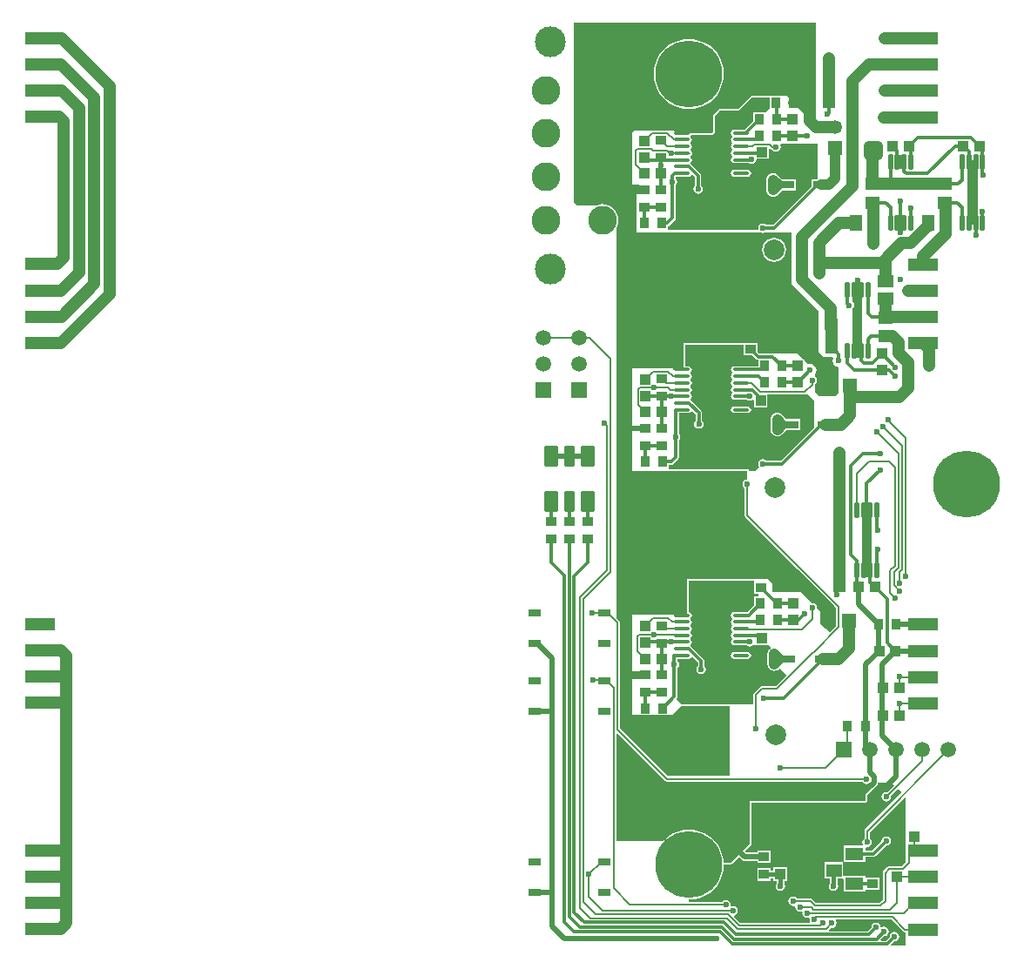
<source format=gtl>
%FSLAX44Y44*%
%MOMM*%
G71*
G01*
G75*
G04 Layer_Physical_Order=1*
G04 Layer_Color=255*
%ADD10R,3.0000X1.2000*%
%ADD11R,1.3000X0.8000*%
%ADD12R,1.0000X0.9000*%
%ADD13R,1.8000X1.3000*%
%ADD14R,1.0000X1.0000*%
%ADD15R,1.3000X1.5000*%
%ADD16R,1.5000X1.3000*%
%ADD17R,1.4000X1.2000*%
%ADD18R,1.6000X0.8000*%
%ADD19R,1.3000X3.4000*%
%ADD20R,0.9000X1.0000*%
%ADD21R,1.0000X1.0000*%
G04:AMPARAMS|DCode=22|XSize=1.4mm|YSize=2mm|CornerRadius=0.14mm|HoleSize=0mm|Usage=FLASHONLY|Rotation=0.000|XOffset=0mm|YOffset=0mm|HoleType=Round|Shape=RoundedRectangle|*
%AMROUNDEDRECTD22*
21,1,1.4000,1.7200,0,0,0.0*
21,1,1.1200,2.0000,0,0,0.0*
1,1,0.2800,0.5600,-0.8600*
1,1,0.2800,-0.5600,-0.8600*
1,1,0.2800,-0.5600,0.8600*
1,1,0.2800,0.5600,0.8600*
%
%ADD22ROUNDEDRECTD22*%
G04:AMPARAMS|DCode=23|XSize=1mm|YSize=2mm|CornerRadius=0.1mm|HoleSize=0mm|Usage=FLASHONLY|Rotation=0.000|XOffset=0mm|YOffset=0mm|HoleType=Round|Shape=RoundedRectangle|*
%AMROUNDEDRECTD23*
21,1,1.0000,1.8000,0,0,0.0*
21,1,0.8000,2.0000,0,0,0.0*
1,1,0.2000,0.4000,-0.9000*
1,1,0.2000,-0.4000,-0.9000*
1,1,0.2000,-0.4000,0.9000*
1,1,0.2000,0.4000,0.9000*
%
%ADD23ROUNDEDRECTD23*%
%ADD24R,1.2000X1.4000*%
G04:AMPARAMS|DCode=25|XSize=0.45mm|YSize=1.45mm|CornerRadius=0.045mm|HoleSize=0mm|Usage=FLASHONLY|Rotation=180.000|XOffset=0mm|YOffset=0mm|HoleType=Round|Shape=RoundedRectangle|*
%AMROUNDEDRECTD25*
21,1,0.4500,1.3600,0,0,180.0*
21,1,0.3600,1.4500,0,0,180.0*
1,1,0.0900,-0.1800,0.6800*
1,1,0.0900,0.1800,0.6800*
1,1,0.0900,0.1800,-0.6800*
1,1,0.0900,-0.1800,-0.6800*
%
%ADD25ROUNDEDRECTD25*%
%ADD26R,3.0000X3.1000*%
%ADD27O,1.6500X0.3500*%
%ADD28C,0.2000*%
%ADD29C,0.3500*%
%ADD30C,1.2000*%
%ADD31C,0.5000*%
%ADD32C,1.0000*%
%ADD33C,0.8000*%
%ADD34C,0.4500*%
%ADD35C,0.3000*%
%ADD36R,0.3000X1.4000*%
%ADD37R,1.1000X0.3000*%
%ADD38R,1.0000X0.5000*%
%ADD39R,1.5000X1.5000*%
%ADD40C,1.5000*%
%ADD41C,6.5000*%
%ADD42R,1.5000X1.5000*%
%ADD43R,1.3500X1.3500*%
%ADD44C,1.3500*%
%ADD45R,1.3500X1.3500*%
%ADD46C,2.8000*%
%ADD47C,3.0000*%
%ADD48C,2.0000*%
%ADD49C,0.6000*%
%ADD50C,0.5000*%
G36*
X622000Y782000D02*
X619000D01*
Y745000D01*
X739843D01*
X740235Y744738D01*
X742000Y744387D01*
X743765Y744738D01*
X744157Y745000D01*
X770000D01*
Y695000D01*
X796000Y669000D01*
Y628000D01*
X799000Y625000D01*
Y624000D01*
X800000D01*
X800000Y624000D01*
X810109D01*
X810708Y622880D01*
X810348Y622341D01*
X809883Y620000D01*
X810348Y617659D01*
X811674Y615674D01*
X813659Y614348D01*
X816000Y613882D01*
Y589000D01*
X813000Y586000D01*
X797000D01*
X793000Y590000D01*
Y597564D01*
X793262Y597738D01*
X794261Y599235D01*
X794613Y601000D01*
X794261Y602765D01*
X793262Y604262D01*
X793000Y604436D01*
Y607683D01*
X793652Y608659D01*
X794118Y611000D01*
X793652Y613341D01*
X792326Y615326D01*
X790341Y616652D01*
X788000Y617118D01*
X786234Y616766D01*
X782524Y620476D01*
Y621524D01*
X781476D01*
X776000Y627000D01*
X751822D01*
X751524Y627059D01*
X751524Y627059D01*
X738941D01*
X737000Y629000D01*
Y637000D01*
X736524D01*
Y637524D01*
X723476D01*
Y637000D01*
X664000D01*
Y613000D01*
X614908D01*
X614021Y613908D01*
X614546Y637000D01*
X614414D01*
X614000Y638000D01*
X614000D01*
X614000Y638000D01*
Y791000D01*
X622000D01*
Y782000D01*
D02*
G37*
G36*
X723476Y625476D02*
X731664D01*
X735344Y621796D01*
X735344Y621796D01*
X736344Y621128D01*
X737476Y620902D01*
Y614583D01*
X728529D01*
X728527Y614584D01*
X727250Y614838D01*
X714250D01*
X712972Y614584D01*
X711890Y613860D01*
X711166Y612777D01*
X710912Y611500D01*
X711166Y610223D01*
X711890Y609140D01*
X712000Y609066D01*
Y607434D01*
X711890Y607360D01*
X711166Y606277D01*
X710912Y605000D01*
X711166Y603722D01*
X711890Y602640D01*
X712000Y602566D01*
Y600934D01*
X711890Y600860D01*
X711166Y599777D01*
X710912Y598500D01*
X711166Y597223D01*
X711890Y596140D01*
X712000Y596066D01*
Y594434D01*
X711890Y594360D01*
X711166Y593277D01*
X710912Y592000D01*
X711166Y590723D01*
X711890Y589640D01*
X712000Y589566D01*
Y587934D01*
X711890Y587860D01*
X711166Y586777D01*
X710912Y585500D01*
X711166Y584223D01*
X711890Y583140D01*
X712972Y582416D01*
X714250Y582162D01*
X726191D01*
X727235Y581465D01*
X729000Y581113D01*
X730765Y581465D01*
X732262Y582464D01*
X733476Y581653D01*
Y574476D01*
X746524D01*
Y587426D01*
X783000D01*
X783985Y587622D01*
X784820Y588180D01*
X792000Y581000D01*
Y562000D01*
Y555360D01*
X759722Y523082D01*
X745379D01*
X745260Y523261D01*
X743764Y524260D01*
X741999Y524612D01*
X740233Y524260D01*
X738737Y523261D01*
X737737Y521764D01*
X737386Y519999D01*
X737737Y518234D01*
X738737Y516737D01*
X738737Y516737D01*
X735000Y513000D01*
X728650D01*
X728166Y514166D01*
X727000Y514650D01*
X650524D01*
Y515476D01*
X650524D01*
Y518662D01*
X653000D01*
X654277Y518916D01*
X655360Y519640D01*
X659360Y523640D01*
X660084Y524723D01*
X660338Y526000D01*
Y542853D01*
X661262Y544235D01*
X661613Y546000D01*
X661262Y547765D01*
X660338Y549147D01*
Y569162D01*
X669750D01*
X671027Y569416D01*
X672110Y570140D01*
X672512Y570741D01*
X673776Y570865D01*
X676667Y567974D01*
Y562131D01*
X676488Y562012D01*
X675489Y560515D01*
X675137Y558750D01*
X675489Y556985D01*
X676488Y555488D01*
X677985Y554488D01*
X679750Y554137D01*
X681515Y554488D01*
X683012Y555488D01*
X684012Y556985D01*
X684363Y558750D01*
X684012Y560515D01*
X683012Y562012D01*
X682833Y562131D01*
Y569251D01*
X682833Y569251D01*
X682598Y570431D01*
X681930Y571432D01*
X672330Y581032D01*
X672110Y581360D01*
X672000Y581434D01*
Y583066D01*
X672110Y583140D01*
X672834Y584223D01*
X673088Y585500D01*
X672834Y586777D01*
X672110Y587860D01*
X672000Y587934D01*
Y589566D01*
X672110Y589640D01*
X672834Y590723D01*
X673088Y592000D01*
X672834Y593277D01*
X672110Y594360D01*
X672000Y594434D01*
Y596066D01*
X672110Y596140D01*
X672834Y597223D01*
X673088Y598500D01*
X672834Y599777D01*
X672110Y600860D01*
X672000Y600934D01*
Y602566D01*
X672110Y602640D01*
X672834Y603722D01*
X673088Y605000D01*
X672834Y606277D01*
X672110Y607360D01*
X672000Y607434D01*
Y609066D01*
X672110Y609140D01*
X672834Y610223D01*
X673088Y611500D01*
X672834Y612777D01*
X672110Y613860D01*
X671027Y614584D01*
X669750Y614838D01*
X666650D01*
Y616000D01*
X666580Y616167D01*
Y629000D01*
X666580Y629000D01*
X666580Y629000D01*
Y629000D01*
Y635350D01*
X723476D01*
Y625476D01*
D02*
G37*
G36*
X710000Y216097D02*
X649542D01*
X602871Y262768D01*
Y270340D01*
X615000Y276000D01*
X621476D01*
Y275476D01*
X633524D01*
Y276000D01*
X638476D01*
Y275476D01*
X650524D01*
Y276000D01*
X654000D01*
X662000Y284000D01*
X710000D01*
Y216097D01*
D02*
G37*
G36*
X727000Y504613D02*
X725235Y504262D01*
X723738Y503262D01*
X722738Y501765D01*
X722387Y500000D01*
X722738Y498235D01*
X723738Y496738D01*
X724426Y496279D01*
Y470055D01*
X724622Y469070D01*
X725180Y468235D01*
X813427Y379989D01*
Y362066D01*
X807180Y355820D01*
X803000Y360000D01*
X798000Y365000D01*
Y367000D01*
Y376000D01*
X795000Y379000D01*
X794511Y379489D01*
X794613Y380000D01*
X794261Y381765D01*
X793262Y383262D01*
X791765Y384262D01*
X790000Y384613D01*
X789489Y384511D01*
X779000Y395000D01*
X760000D01*
X752000Y403000D01*
X747000Y408000D01*
X668000D01*
Y373000D01*
X614000D01*
X613006Y512099D01*
X613901Y513000D01*
X727000D01*
Y504613D01*
D02*
G37*
G36*
X733476Y405524D02*
X733476D01*
Y393476D01*
X738000D01*
Y390524D01*
X733476D01*
Y382697D01*
X726617Y375838D01*
X714250D01*
X712972Y375584D01*
X711890Y374860D01*
X711166Y373777D01*
X710912Y372500D01*
X711166Y371222D01*
X711890Y370140D01*
X712271Y369885D01*
Y368615D01*
X711890Y368360D01*
X711166Y367277D01*
X710912Y366000D01*
X711166Y364723D01*
X711890Y363640D01*
X712271Y363385D01*
Y362115D01*
X711890Y361860D01*
X711166Y360777D01*
X710912Y359500D01*
X711166Y358223D01*
X711890Y357140D01*
X712271Y356885D01*
Y355615D01*
X711890Y355360D01*
X711166Y354277D01*
X710912Y353000D01*
X711166Y351722D01*
X711890Y350640D01*
X712271Y350385D01*
Y349115D01*
X711890Y348860D01*
X711166Y347777D01*
X710912Y346500D01*
X711166Y345223D01*
X711890Y344140D01*
X712972Y343416D01*
X714250Y343162D01*
X726353D01*
X727735Y342239D01*
X729500Y341887D01*
X731265Y342239D01*
X732762Y343238D01*
X733261Y343985D01*
X734476Y343617D01*
Y343476D01*
X747524D01*
X749363Y341637D01*
X749280Y340369D01*
X748347Y339653D01*
X747301Y338290D01*
X746644Y336703D01*
X746420Y335000D01*
Y325000D01*
X746644Y323297D01*
X747301Y321710D01*
X748347Y320347D01*
X749710Y319301D01*
X751297Y318644D01*
X753000Y318420D01*
X754703Y318644D01*
X756290Y319301D01*
X757653Y320347D01*
X758187Y320881D01*
X764464Y314961D01*
X764482Y313691D01*
X754365Y303573D01*
X741000D01*
X740015Y303378D01*
X739180Y302820D01*
X733180Y296820D01*
X732622Y295985D01*
X732427Y295000D01*
Y286000D01*
X663500D01*
X658180Y291320D01*
X658848Y292320D01*
X659083Y293500D01*
X659083Y293500D01*
Y321619D01*
X659262Y321738D01*
X660262Y323235D01*
X660613Y325000D01*
X660262Y326765D01*
X659262Y328262D01*
X659083Y328381D01*
Y330162D01*
X669750D01*
X671027Y330416D01*
X672110Y331140D01*
X672512Y331741D01*
X673776Y331865D01*
X678917Y326724D01*
Y323381D01*
X678738Y323262D01*
X677738Y321765D01*
X677387Y320000D01*
X677738Y318235D01*
X678738Y316738D01*
X680235Y315739D01*
X682000Y315387D01*
X683765Y315739D01*
X685262Y316738D01*
X686262Y318235D01*
X686613Y320000D01*
X686262Y321765D01*
X685262Y323262D01*
X685083Y323381D01*
Y328001D01*
X685083Y328001D01*
X684887Y328985D01*
X684848Y329181D01*
X684180Y330182D01*
X684180Y330182D01*
X672330Y342032D01*
X672110Y342360D01*
X672000Y342434D01*
Y344066D01*
X672110Y344140D01*
X672834Y345223D01*
X673088Y346500D01*
X672834Y347777D01*
X672110Y348860D01*
X672000Y348934D01*
Y350566D01*
X672110Y350640D01*
X672834Y351722D01*
X673088Y353000D01*
X672834Y354277D01*
X672110Y355360D01*
X672000Y355434D01*
Y357066D01*
X672110Y357140D01*
X672834Y358223D01*
X673088Y359500D01*
X672834Y360777D01*
X672110Y361860D01*
X672000Y361934D01*
Y363566D01*
X672110Y363640D01*
X672834Y364723D01*
X673088Y366000D01*
X672834Y367277D01*
X672110Y368360D01*
X672000Y368434D01*
Y370066D01*
X672110Y370140D01*
X672834Y371222D01*
X673088Y372500D01*
X672834Y373777D01*
X672110Y374860D01*
X671027Y375584D01*
X670264Y375736D01*
X670000Y376000D01*
X669650D01*
Y406350D01*
X733476D01*
Y405524D01*
D02*
G37*
G36*
X646656Y211704D02*
X647491Y211146D01*
X648476Y210951D01*
X838928D01*
X839738Y209738D01*
X841235Y208738D01*
X843000Y208387D01*
X844765Y208738D01*
X846262Y209738D01*
X846785Y210521D01*
X848000Y210153D01*
Y208000D01*
X837000Y197000D01*
X837000Y197000D01*
X729000D01*
Y150000D01*
X711000Y132000D01*
X703972D01*
X703709Y135339D01*
X702459Y140547D01*
X700409Y145494D01*
X697611Y150061D01*
X694133Y154133D01*
X690061Y157611D01*
X685494Y160409D01*
X680546Y162459D01*
X675339Y163709D01*
X670000Y164129D01*
X664661Y163709D01*
X659454Y162459D01*
X654506Y160409D01*
X649939Y157611D01*
X645867Y154133D01*
X644899Y153000D01*
X599347D01*
Y257354D01*
X600521Y257840D01*
X646656Y211704D01*
D02*
G37*
G36*
X878180Y65180D02*
X879015Y64622D01*
X880000Y64426D01*
X881000D01*
Y51000D01*
X867020D01*
X866534Y52173D01*
X869790Y55429D01*
X870000Y55387D01*
X871765Y55739D01*
X873262Y56738D01*
X874261Y58235D01*
X874613Y60000D01*
X874261Y61765D01*
X873262Y63262D01*
X871765Y64261D01*
X870000Y64613D01*
X868235Y64261D01*
X866738Y63262D01*
X865739Y61765D01*
X865387Y60000D01*
X865429Y59790D01*
X861675Y56035D01*
X857055D01*
X856569Y57209D01*
X859790Y60429D01*
X860000Y60387D01*
X861765Y60739D01*
X863262Y61738D01*
X864261Y63235D01*
X864613Y65000D01*
X864261Y66765D01*
X863262Y68262D01*
X861765Y69261D01*
X860000Y69613D01*
X858235Y69261D01*
X857707Y68909D01*
X856534Y69395D01*
X856262Y70765D01*
X855262Y72262D01*
X853765Y73261D01*
X852000Y73613D01*
X850235Y73261D01*
X848738Y72262D01*
X847738Y70765D01*
X847387Y69000D01*
X847429Y68790D01*
X843723Y65083D01*
X806380D01*
X805894Y66257D01*
X808187Y68549D01*
X808998Y68387D01*
X810764Y68738D01*
X812260Y69738D01*
X813260Y71235D01*
X813611Y73000D01*
X813260Y74765D01*
X812898Y75307D01*
X813497Y76427D01*
X866934D01*
X878180Y65180D01*
D02*
G37*
G36*
X794000Y859000D02*
X782000D01*
Y860000D01*
X767000Y875000D01*
Y876000D01*
X765000Y878000D01*
X731000D01*
X718000Y865000D01*
X700000D01*
X699524Y864524D01*
X698476D01*
Y863476D01*
X694000Y859000D01*
Y843000D01*
X692000Y841000D01*
X658000D01*
X655000Y844000D01*
X649536D01*
X649045Y844097D01*
X634524D01*
X634034Y844000D01*
X604000D01*
Y366507D01*
X602736Y366382D01*
X602676Y366687D01*
X602118Y367522D01*
X600000Y369639D01*
Y750260D01*
X600412Y751031D01*
X601299Y753957D01*
X601599Y757000D01*
X601299Y760043D01*
X600412Y762970D01*
X600000Y763740D01*
X598970Y765666D01*
X597030Y768030D01*
X594666Y769970D01*
X591969Y771412D01*
X589043Y772299D01*
X586000Y772599D01*
X582957Y772299D01*
X580031Y771412D01*
X578687Y770694D01*
X561945D01*
X560959Y771690D01*
X558000Y774678D01*
Y949000D01*
X794000D01*
Y859000D01*
D02*
G37*
G36*
X869880Y207520D02*
X862812Y200451D01*
X862000Y200613D01*
X860235Y200261D01*
X858738Y199262D01*
X857738Y197765D01*
X857387Y196000D01*
X857738Y194235D01*
X858738Y192738D01*
X860235Y191738D01*
X862000Y191387D01*
X863765Y191738D01*
X865262Y192738D01*
X866262Y194235D01*
X866613Y196000D01*
X866451Y196812D01*
X872885Y203245D01*
X874155D01*
X876545Y200855D01*
Y199585D01*
X841430Y164470D01*
X840872Y163635D01*
X840677Y162650D01*
Y155471D01*
X839988Y155012D01*
X838988Y153515D01*
X838637Y151750D01*
X838988Y149985D01*
X839216Y149644D01*
X838617Y148524D01*
X820476D01*
Y132524D01*
X820024D01*
Y132524D01*
X801976D01*
Y116476D01*
X806902D01*
Y111634D01*
X806488Y111015D01*
X806137Y109250D01*
X806488Y107485D01*
X807488Y105988D01*
X808985Y104988D01*
X810750Y104637D01*
X812515Y104988D01*
X814012Y105988D01*
X815012Y107485D01*
X815363Y109250D01*
X815012Y111015D01*
X814598Y111634D01*
Y116476D01*
X819578D01*
X819578Y116476D01*
Y116476D01*
X820024Y116476D01*
X820476Y116024D01*
Y103476D01*
X841524D01*
Y105476D01*
X842476D01*
Y105476D01*
X855524D01*
Y117524D01*
X842476D01*
Y117524D01*
X842422D01*
X841524Y118422D01*
Y119524D01*
X820922D01*
X820922Y119524D01*
Y119524D01*
X820476Y119524D01*
X820024Y119976D01*
Y132476D01*
X820476D01*
Y132476D01*
D01*
X841524D01*
Y137417D01*
X849500D01*
X849500Y137417D01*
X850680Y137652D01*
X851680Y138320D01*
X861790Y148429D01*
X862000Y148387D01*
X863765Y148738D01*
X865262Y149738D01*
X866262Y151235D01*
X866613Y153000D01*
X866262Y154765D01*
X865262Y156262D01*
X863765Y157261D01*
X862000Y157613D01*
X860235Y157261D01*
X858738Y156262D01*
X857738Y154765D01*
X857387Y153000D01*
X857429Y152790D01*
X848223Y143583D01*
X841524D01*
Y146480D01*
X842506Y147285D01*
X843250Y147137D01*
X845015Y147488D01*
X846512Y148488D01*
X847512Y149985D01*
X847863Y151750D01*
X847512Y153515D01*
X846512Y155012D01*
X845824Y155471D01*
Y161584D01*
X879827Y195587D01*
X881000Y195101D01*
Y153000D01*
Y132639D01*
X876934Y128574D01*
X865000D01*
X864015Y128378D01*
X863180Y127820D01*
X859180Y123820D01*
X858622Y122985D01*
X858427Y122000D01*
Y96050D01*
X854998Y92621D01*
X794002D01*
X790279Y96344D01*
X789445Y96902D01*
X788460Y97097D01*
X775245D01*
X774786Y97786D01*
X773289Y98785D01*
X771524Y99137D01*
X769759Y98785D01*
X768262Y97786D01*
X767262Y96289D01*
X766911Y94524D01*
X767262Y92759D01*
X768262Y91262D01*
X769759Y90262D01*
X771524Y89911D01*
X772532Y90112D01*
X773430Y89214D01*
X773387Y89000D01*
X773738Y87235D01*
X774738Y85738D01*
X776235Y84739D01*
X778000Y84387D01*
X779652Y84716D01*
X780038Y84330D01*
X780511Y83622D01*
X780387Y83000D01*
X780739Y81235D01*
X781738Y79738D01*
X783235Y78738D01*
X785000Y78387D01*
X786652Y78716D01*
X787038Y78330D01*
X787511Y77622D01*
X787387Y77000D01*
X787738Y75235D01*
X788099Y74695D01*
X787501Y73575D01*
X720064D01*
X714163Y79477D01*
X714531Y80692D01*
X714765Y80738D01*
X716262Y81738D01*
X717262Y83235D01*
X717613Y85000D01*
X717262Y86765D01*
X716262Y88262D01*
X714765Y89262D01*
X713000Y89613D01*
X711348Y89284D01*
X710962Y89670D01*
X710489Y90378D01*
X710613Y91000D01*
X710262Y92765D01*
X709262Y94262D01*
X707765Y95261D01*
X706000Y95613D01*
X704235Y95261D01*
X702738Y94262D01*
X702446Y93823D01*
X670000D01*
Y95871D01*
X675339Y96291D01*
X680546Y97541D01*
X685494Y99591D01*
X690061Y102389D01*
X694133Y105867D01*
X697611Y109939D01*
X700409Y114506D01*
X702459Y119453D01*
X703709Y124661D01*
X704129Y130000D01*
X704453Y130350D01*
X711000D01*
X712166Y130834D01*
X718765Y137432D01*
X721599Y134599D01*
X722930Y133709D01*
X723190Y133658D01*
X724500Y133397D01*
X736476D01*
Y131476D01*
X749524D01*
Y143524D01*
X736476D01*
Y141603D01*
X726199D01*
X724568Y143235D01*
X730166Y148834D01*
X730650Y150000D01*
Y190420D01*
X837000D01*
X837428Y190476D01*
X843524D01*
Y196572D01*
X843580Y197000D01*
X843524Y197428D01*
Y197722D01*
X852925Y207123D01*
X853814Y208454D01*
X854122Y210000D01*
X867400D01*
X869880Y207520D01*
D02*
G37*
G36*
X748476Y865476D02*
X744524Y861524D01*
X732476D01*
Y853336D01*
X723978Y844838D01*
X714250D01*
X712973Y844584D01*
X711890Y843860D01*
X711166Y842777D01*
X710912Y841500D01*
X711166Y840223D01*
X711890Y839140D01*
X712271Y838885D01*
Y837615D01*
X711890Y837360D01*
X711166Y836277D01*
X710912Y835000D01*
X711166Y833723D01*
X711890Y832640D01*
X712271Y832385D01*
Y831115D01*
X711890Y830860D01*
X711166Y829778D01*
X710912Y828500D01*
X711166Y827223D01*
X711890Y826140D01*
X712271Y825885D01*
Y824615D01*
X711890Y824360D01*
X711166Y823278D01*
X710912Y822000D01*
X711166Y820723D01*
X711890Y819640D01*
X712271Y819385D01*
Y818115D01*
X711890Y817860D01*
X711166Y816777D01*
X710912Y815500D01*
X711166Y814223D01*
X711890Y813140D01*
X712973Y812416D01*
X714250Y812162D01*
X728601D01*
X729235Y811739D01*
X731000Y811387D01*
X732765Y811739D01*
X734262Y812738D01*
X735262Y814235D01*
X735613Y816000D01*
X736003Y816476D01*
X747524D01*
Y826174D01*
X748697Y826660D01*
X749179Y826179D01*
X750014Y825621D01*
X750999Y825425D01*
X751277D01*
X751737Y824737D01*
X753234Y823737D01*
X754999Y823386D01*
X756764Y823737D01*
X758260Y824737D01*
X759260Y826233D01*
X759611Y827998D01*
X759260Y829763D01*
X759183Y829880D01*
X759781Y831000D01*
X795000D01*
Y796524D01*
X789476D01*
Y789836D01*
X751723Y752083D01*
X745381D01*
X745262Y752262D01*
X743765Y753261D01*
X742000Y753613D01*
X740235Y753261D01*
X738738Y752262D01*
X737738Y750765D01*
X737387Y749000D01*
X737590Y747982D01*
X736784Y747000D01*
X649524D01*
Y747476D01*
X649524D01*
Y750766D01*
X650277Y750916D01*
X651360Y751640D01*
X656360Y756640D01*
X657084Y757723D01*
X657338Y759000D01*
Y790853D01*
X658261Y792235D01*
X658613Y794000D01*
X658261Y795765D01*
X657338Y797147D01*
Y798617D01*
X657883Y799162D01*
X669750D01*
X671028Y799416D01*
X672110Y800140D01*
X672512Y800741D01*
X673776Y800865D01*
X675917Y798724D01*
Y790381D01*
X675738Y790262D01*
X674738Y788765D01*
X674387Y787000D01*
X674738Y785235D01*
X675738Y783738D01*
X677235Y782738D01*
X679000Y782387D01*
X680765Y782738D01*
X682262Y783738D01*
X683261Y785235D01*
X683613Y787000D01*
X683261Y788765D01*
X682262Y790262D01*
X682083Y790381D01*
Y800001D01*
X682083Y800002D01*
X681849Y801181D01*
X681180Y802182D01*
X672330Y811032D01*
X672110Y811360D01*
X672000Y811434D01*
Y813066D01*
X672110Y813140D01*
X672834Y814223D01*
X673088Y815500D01*
X672834Y816777D01*
X672110Y817860D01*
X672000Y817934D01*
Y819566D01*
X672110Y819640D01*
X672191Y819760D01*
X672820Y820180D01*
X673378Y821015D01*
X673574Y822000D01*
X673378Y822985D01*
X672820Y823820D01*
X672191Y824240D01*
X672110Y824360D01*
X672000Y824434D01*
Y826066D01*
X672110Y826140D01*
X672834Y827223D01*
X673088Y828500D01*
X672834Y829778D01*
X672110Y830860D01*
X672000Y830934D01*
Y832566D01*
X672110Y832640D01*
X672834Y833723D01*
X673088Y835000D01*
X672834Y836277D01*
X672110Y837360D01*
X672000Y837434D01*
Y839066D01*
X672110Y839140D01*
X672251Y839350D01*
X692000D01*
X693166Y839834D01*
X695166Y841833D01*
X695650Y843000D01*
Y858317D01*
X699642Y862310D01*
X699822Y862742D01*
X700258Y863178D01*
X700349Y863216D01*
X700673Y863350D01*
X718000D01*
X719166Y863834D01*
X731683Y876350D01*
X748476D01*
Y865476D01*
D02*
G37*
%LPC*%
G36*
X765524Y127524D02*
X752476D01*
Y124348D01*
X749524D01*
Y126524D01*
X736476D01*
Y114476D01*
X749524D01*
Y116652D01*
X752476D01*
Y114476D01*
X755152D01*
Y111384D01*
X754738Y110765D01*
X754387Y109000D01*
X754738Y107235D01*
X755738Y105738D01*
X757235Y104739D01*
X759000Y104387D01*
X760765Y104739D01*
X762262Y105738D01*
X763261Y107235D01*
X763613Y109000D01*
X763261Y110765D01*
X762848Y111384D01*
Y114476D01*
X765524D01*
Y127524D01*
D02*
G37*
G36*
X727250Y336838D02*
X714250D01*
X712972Y336584D01*
X711890Y335860D01*
X711166Y334777D01*
X710912Y333500D01*
X711166Y332223D01*
X711890Y331140D01*
X712972Y330416D01*
X714250Y330162D01*
X727250D01*
X728527Y330416D01*
X729610Y331140D01*
X730334Y332223D01*
X730588Y333500D01*
X730334Y334777D01*
X729610Y335860D01*
X728527Y336584D01*
X727250Y336838D01*
D02*
G37*
G36*
X752000Y802580D02*
X750297Y802356D01*
X748710Y801699D01*
X747347Y800653D01*
X746301Y799290D01*
X745644Y797703D01*
X745420Y796000D01*
Y786000D01*
X745644Y784297D01*
X746301Y782710D01*
X747347Y781347D01*
X748710Y780301D01*
X750297Y779644D01*
X752000Y779420D01*
X753703Y779644D01*
X755290Y780301D01*
X756653Y781347D01*
X760782Y785476D01*
X774524D01*
Y796524D01*
X760782D01*
X756653Y800653D01*
X755290Y801699D01*
X753703Y802356D01*
X752000Y802580D01*
D02*
G37*
G36*
X727250Y805838D02*
X714250D01*
X712973Y805584D01*
X711890Y804860D01*
X711166Y803777D01*
X710912Y802500D01*
X711166Y801223D01*
X711890Y800140D01*
X712973Y799416D01*
X714250Y799162D01*
X727250D01*
X728528Y799416D01*
X729610Y800140D01*
X730334Y801223D01*
X730588Y802500D01*
X730334Y803777D01*
X729610Y804860D01*
X728528Y805584D01*
X727250Y805838D01*
D02*
G37*
G36*
X670000Y933129D02*
X664661Y932709D01*
X659454Y931459D01*
X654506Y929409D01*
X649939Y926611D01*
X645867Y923133D01*
X642389Y919061D01*
X639591Y914494D01*
X637541Y909547D01*
X636291Y904339D01*
X635871Y899000D01*
X636291Y893661D01*
X637541Y888454D01*
X639591Y883506D01*
X642389Y878939D01*
X645867Y874867D01*
X649939Y871389D01*
X654506Y868591D01*
X659454Y866541D01*
X664661Y865291D01*
X670000Y864871D01*
X675339Y865291D01*
X680546Y866541D01*
X685494Y868591D01*
X690061Y871389D01*
X694133Y874867D01*
X697611Y878939D01*
X700409Y883506D01*
X702459Y888454D01*
X703709Y893661D01*
X704129Y899000D01*
X703709Y904339D01*
X702459Y909547D01*
X700409Y914494D01*
X697611Y919061D01*
X694133Y923133D01*
X690061Y926611D01*
X685494Y929409D01*
X680546Y931459D01*
X675339Y932709D01*
X670000Y933129D01*
D02*
G37*
G36*
X756000Y569580D02*
X754297Y569356D01*
X752710Y568699D01*
X751347Y567653D01*
X750301Y566290D01*
X749644Y564703D01*
X749420Y563000D01*
Y553000D01*
X749644Y551297D01*
X750301Y549710D01*
X751347Y548347D01*
X752710Y547301D01*
X754297Y546644D01*
X756000Y546420D01*
X757703Y546644D01*
X759290Y547301D01*
X760653Y548347D01*
X764782Y552476D01*
X778524D01*
Y563524D01*
X764782D01*
X760653Y567653D01*
X759290Y568699D01*
X757703Y569356D01*
X756000Y569580D01*
D02*
G37*
G36*
X727250Y575838D02*
X714250D01*
X712972Y575584D01*
X711890Y574860D01*
X711166Y573777D01*
X710912Y572500D01*
X711166Y571223D01*
X711890Y570140D01*
X712972Y569416D01*
X714250Y569162D01*
X727250D01*
X728527Y569416D01*
X729610Y570140D01*
X730334Y571223D01*
X730588Y572500D01*
X730334Y573777D01*
X729610Y574860D01*
X728527Y575584D01*
X727250Y575838D01*
D02*
G37*
G36*
X753000Y739623D02*
X749992Y739227D01*
X747188Y738066D01*
X744781Y736219D01*
X742934Y733812D01*
X741773Y731008D01*
X741377Y728000D01*
X741773Y724992D01*
X742934Y722188D01*
X744781Y719781D01*
X747188Y717934D01*
X749992Y716773D01*
X753000Y716376D01*
X756008Y716773D01*
X758812Y717934D01*
X761219Y719781D01*
X763066Y722188D01*
X764227Y724992D01*
X764623Y728000D01*
X764227Y731008D01*
X763066Y733812D01*
X761219Y736219D01*
X758812Y738066D01*
X756008Y739227D01*
X753000Y739623D01*
D02*
G37*
%LPD*%
D10*
X39000Y934000D02*
D03*
Y908500D02*
D03*
Y883000D02*
D03*
Y857500D02*
D03*
Y637500D02*
D03*
Y663000D02*
D03*
Y688500D02*
D03*
Y714000D02*
D03*
Y287500D02*
D03*
Y313000D02*
D03*
Y338500D02*
D03*
Y364000D02*
D03*
Y144000D02*
D03*
Y118500D02*
D03*
Y93000D02*
D03*
Y67500D02*
D03*
X898000Y67000D02*
D03*
Y92500D02*
D03*
Y118000D02*
D03*
Y143500D02*
D03*
Y287000D02*
D03*
Y312500D02*
D03*
Y338000D02*
D03*
Y363500D02*
D03*
Y637000D02*
D03*
Y662500D02*
D03*
Y688000D02*
D03*
Y713500D02*
D03*
Y857000D02*
D03*
Y882500D02*
D03*
Y908000D02*
D03*
Y933500D02*
D03*
D11*
X587750Y375000D02*
D03*
Y345000D02*
D03*
X520250D02*
D03*
Y375000D02*
D03*
X587750Y133000D02*
D03*
Y103000D02*
D03*
X520250D02*
D03*
Y133000D02*
D03*
X587750Y309000D02*
D03*
Y279000D02*
D03*
X520250D02*
D03*
Y309000D02*
D03*
D12*
X743000Y137500D02*
D03*
Y120500D02*
D03*
X730000Y648500D02*
D03*
Y631500D02*
D03*
X849000Y111500D02*
D03*
Y128500D02*
D03*
X644000Y297500D02*
D03*
Y314500D02*
D03*
X628000Y314500D02*
D03*
Y297500D02*
D03*
X740000Y416500D02*
D03*
Y399500D02*
D03*
X536000Y463500D02*
D03*
Y446500D02*
D03*
X554000Y463500D02*
D03*
Y446500D02*
D03*
X572000Y463500D02*
D03*
Y446500D02*
D03*
X643000Y817500D02*
D03*
Y834500D02*
D03*
X644000Y537500D02*
D03*
Y554500D02*
D03*
X628000Y554500D02*
D03*
Y537500D02*
D03*
X627000Y786500D02*
D03*
Y769500D02*
D03*
X643000Y769500D02*
D03*
Y786500D02*
D03*
X644000Y585500D02*
D03*
Y602500D02*
D03*
Y345500D02*
D03*
Y362500D02*
D03*
D13*
X831000Y140500D02*
D03*
Y111500D02*
D03*
D14*
X884000Y829000D02*
D03*
X868000D02*
D03*
X953000Y829000D02*
D03*
X937000D02*
D03*
X705000Y858000D02*
D03*
X689000D02*
D03*
X676000Y629000D02*
D03*
X660000D02*
D03*
X676000Y390000D02*
D03*
X660000D02*
D03*
X835000Y400000D02*
D03*
X851000D02*
D03*
X871000Y338000D02*
D03*
X855000D02*
D03*
X643000Y802000D02*
D03*
X627000D02*
D03*
X644000Y570000D02*
D03*
X628000D02*
D03*
X644000Y330000D02*
D03*
X628000D02*
D03*
X859000Y302000D02*
D03*
X875000D02*
D03*
X859000Y275000D02*
D03*
X875000D02*
D03*
X873000Y157613D02*
D03*
X889000D02*
D03*
D15*
X849500Y754000D02*
D03*
X832500D02*
D03*
X902500D02*
D03*
X919500D02*
D03*
D16*
X861000Y680500D02*
D03*
Y697500D02*
D03*
X811000Y124500D02*
D03*
Y141500D02*
D03*
D17*
X861000Y644000D02*
D03*
Y662000D02*
D03*
X919000Y792000D02*
D03*
Y774000D02*
D03*
X849000Y792000D02*
D03*
Y774000D02*
D03*
D18*
X765000Y791000D02*
D03*
X799000D02*
D03*
X769000Y558000D02*
D03*
X803000D02*
D03*
X766000Y330000D02*
D03*
X800000D02*
D03*
D19*
X749500Y644000D02*
D03*
X808500D02*
D03*
X757500Y412000D02*
D03*
X816500D02*
D03*
D20*
X743500Y615000D02*
D03*
X760500D02*
D03*
X760500Y599000D02*
D03*
X743500D02*
D03*
X841500Y265000D02*
D03*
X824500D02*
D03*
X739500Y384000D02*
D03*
X756500D02*
D03*
Y368000D02*
D03*
X739500D02*
D03*
X771500Y871000D02*
D03*
X754500D02*
D03*
X738500Y855000D02*
D03*
X755500D02*
D03*
X755500Y839000D02*
D03*
X738500D02*
D03*
X626500Y754000D02*
D03*
X643500D02*
D03*
X871500Y364000D02*
D03*
X854500D02*
D03*
X627500Y522000D02*
D03*
X644500D02*
D03*
X627500Y282000D02*
D03*
X644500D02*
D03*
D21*
X740000Y565000D02*
D03*
Y581000D02*
D03*
X776000Y615000D02*
D03*
Y599000D02*
D03*
X837000Y197000D02*
D03*
Y181000D02*
D03*
X759000Y121000D02*
D03*
Y137000D02*
D03*
X772000Y384000D02*
D03*
Y368000D02*
D03*
X741000Y334000D02*
D03*
Y350000D02*
D03*
X771000Y855000D02*
D03*
Y839000D02*
D03*
X741000Y807000D02*
D03*
Y823000D02*
D03*
X627000Y818000D02*
D03*
Y834000D02*
D03*
X628000Y586000D02*
D03*
Y602000D02*
D03*
X628000Y346000D02*
D03*
Y362000D02*
D03*
X858000Y611000D02*
D03*
Y627000D02*
D03*
X872000Y134000D02*
D03*
Y118000D02*
D03*
D22*
X536000Y527000D02*
D03*
X572000D02*
D03*
Y483000D02*
D03*
X536000D02*
D03*
D23*
X554000D02*
D03*
Y527000D02*
D03*
D24*
X806000Y873000D02*
D03*
X788000D02*
D03*
D25*
X844000Y630000D02*
D03*
X837500D02*
D03*
X831000D02*
D03*
X824500D02*
D03*
Y689000D02*
D03*
X831000D02*
D03*
X837500D02*
D03*
X844000D02*
D03*
X852999Y416000D02*
D03*
X846499D02*
D03*
X839999D02*
D03*
X833499D02*
D03*
Y475000D02*
D03*
X839999D02*
D03*
X846499D02*
D03*
X852999D02*
D03*
X936000Y813000D02*
D03*
X942500D02*
D03*
X949000D02*
D03*
X955500D02*
D03*
Y754000D02*
D03*
X949000D02*
D03*
X942500D02*
D03*
X936000D02*
D03*
X866000Y813000D02*
D03*
X872500D02*
D03*
X879000D02*
D03*
X885500D02*
D03*
Y754000D02*
D03*
X879000D02*
D03*
X872500D02*
D03*
X866000D02*
D03*
D26*
X692000Y822000D02*
D03*
X692000Y592000D02*
D03*
Y353000D02*
D03*
D27*
X720750Y802500D02*
D03*
Y809000D02*
D03*
Y815500D02*
D03*
Y822000D02*
D03*
Y828500D02*
D03*
Y835000D02*
D03*
Y841500D02*
D03*
X663250Y802500D02*
D03*
Y809000D02*
D03*
Y815500D02*
D03*
Y822000D02*
D03*
Y828500D02*
D03*
Y835000D02*
D03*
Y841500D02*
D03*
X720750Y572500D02*
D03*
Y579000D02*
D03*
Y585500D02*
D03*
Y592000D02*
D03*
Y598500D02*
D03*
Y605000D02*
D03*
Y611500D02*
D03*
X663250Y572500D02*
D03*
Y579000D02*
D03*
Y585500D02*
D03*
Y592000D02*
D03*
Y598500D02*
D03*
Y605000D02*
D03*
Y611500D02*
D03*
X720750Y333500D02*
D03*
Y340000D02*
D03*
Y346500D02*
D03*
Y353000D02*
D03*
Y359500D02*
D03*
Y366000D02*
D03*
Y372500D02*
D03*
X663250Y333500D02*
D03*
Y340000D02*
D03*
Y346500D02*
D03*
Y353000D02*
D03*
Y359500D02*
D03*
Y366000D02*
D03*
Y372500D02*
D03*
D28*
X612750Y91250D02*
X705750D01*
X596774Y107226D02*
X612750Y91250D01*
X596774Y107226D02*
Y302226D01*
X594000Y415000D02*
Y622000D01*
X573200Y642800D02*
X594000Y622000D01*
X529000Y642800D02*
X573200D01*
X587999Y558999D02*
X590476Y556522D01*
X567476Y93524D02*
X579476Y81524D01*
X567476Y93524D02*
Y388476D01*
X594000Y415000D01*
X563952Y389936D02*
X590476Y416460D01*
X563952Y88048D02*
Y389936D01*
Y88048D02*
X574000Y78000D01*
X591000Y375000D02*
X600298Y365702D01*
Y261702D02*
Y365702D01*
X590000Y309000D02*
X596774Y302226D01*
X600298Y261702D02*
X648476Y213524D01*
X843250Y162650D02*
X922600Y242000D01*
X843250Y151750D02*
Y162650D01*
X862000Y196000D02*
X897200Y231200D01*
Y242000D01*
X824500Y245500D02*
Y265000D01*
X802750Y223750D02*
X821000Y242000D01*
X758750Y223750D02*
X802750D01*
X648476Y213524D02*
X842476D01*
X843000Y213000D01*
X792936Y90048D02*
X856064D01*
X788460Y94524D02*
X792936Y90048D01*
X771524Y94524D02*
X788460D01*
X778000Y89000D02*
X789000D01*
X791476Y86524D01*
X865524D01*
X880000Y67000D02*
X898000D01*
X735000Y262000D02*
Y295000D01*
X741000Y301000D01*
X755431D01*
X790955Y336524D01*
X791524D01*
X816000Y361000D01*
Y381055D01*
X727000Y470055D02*
X816000Y381055D01*
X727000Y470055D02*
Y500000D01*
X889500Y143500D02*
X898000D01*
X889000Y118000D02*
X898000D01*
X785000Y83000D02*
X879000D01*
X888500Y92500D01*
X898000D01*
X875000Y287000D02*
X898000D01*
X875500Y312500D02*
X898000D01*
X875000Y313000D02*
X875500Y312500D01*
X865950Y394050D02*
X871000Y389000D01*
X865950Y394050D02*
Y415918D01*
X870428Y420395D01*
Y516000D01*
X869474Y401526D02*
X875000Y396000D01*
X869474Y401526D02*
Y414458D01*
X873952Y418936D01*
X875000Y404001D02*
Y415000D01*
X874998Y403999D02*
X875000Y404001D01*
Y415000D02*
X877476Y417476D01*
X881000Y410000D02*
Y545000D01*
X864428Y522000D02*
X870428Y516000D01*
X845000Y522000D02*
X864428D01*
X833499Y510499D02*
X845000Y522000D01*
X833499Y475000D02*
Y510499D01*
X873952Y418936D02*
Y530048D01*
X853000Y551000D02*
X873952Y530048D01*
X877476Y417476D02*
Y537521D01*
X858998Y555999D02*
X877476Y537521D01*
X863998Y562002D02*
X881000Y545000D01*
X863998Y562002D02*
Y562999D01*
X621954Y353524D02*
X662726D01*
X620000Y338000D02*
X628000Y330000D01*
X620000Y338000D02*
Y351570D01*
X621954Y353524D01*
X662726D02*
X663250Y353000D01*
X628000Y362000D02*
X635524Y369524D01*
X650045D01*
X653569Y366000D01*
X663250D01*
X647000Y359500D02*
X663250D01*
X720750D02*
X721250Y359000D01*
X622430Y594000D02*
X636398D01*
X620476Y592046D02*
X622430Y594000D01*
X620476Y577524D02*
Y592046D01*
X636398Y594000D02*
X650000D01*
X620476Y577524D02*
X628000Y570000D01*
X650000Y594000D02*
X652000Y592000D01*
X663250D01*
X644000Y602500D02*
X648000Y598500D01*
X663250D01*
X628000Y602000D02*
X635524Y609524D01*
X650045D01*
X654569Y605000D01*
X663250D01*
X739430Y590000D02*
X783000D01*
X730930Y598500D02*
X739430Y590000D01*
X720750Y598500D02*
X730930D01*
X790000Y597000D02*
Y601000D01*
X783000Y590000D02*
X790000Y597000D01*
X651570Y822000D02*
X663250D01*
X733524Y830524D02*
X748473D01*
X731500Y828500D02*
X733524Y830524D01*
X720750Y828500D02*
X731500D01*
X627000Y834000D02*
X634524Y841524D01*
X649045D01*
X655570Y835000D01*
X663250D01*
Y822000D02*
X671000D01*
X618000Y811000D02*
X627000Y802000D01*
X618000Y811000D02*
Y824000D01*
X620000Y826000D01*
X634000D01*
X635476Y824524D01*
X649045D01*
X651570Y822000D01*
X643000Y834500D02*
X649000Y828500D01*
X663250D01*
X705750Y91250D02*
X706000Y91000D01*
X587750Y309000D02*
X590000D01*
X576000Y375000D02*
X587750D01*
X587750Y133000D02*
X591000D01*
X573000Y121000D02*
X585000Y133000D01*
X573000Y99000D02*
Y121000D01*
Y99000D02*
X586524Y85476D01*
X590476Y416460D02*
Y556522D01*
X721250Y359000D02*
X780000D01*
X790000Y369000D01*
Y380000D01*
X577000Y310000D02*
X586750D01*
X748473Y830524D02*
X750999Y827998D01*
X754999D01*
X792000Y77000D02*
X794000Y79000D01*
X868000D01*
X880000Y67000D01*
X798000Y71002D02*
X799998Y73000D01*
Y74000D02*
X800000D01*
X579476Y81524D02*
X708476D01*
X718999Y71002D01*
X798000D01*
X574000Y78000D02*
X707016D01*
X717541Y67476D01*
X803474D01*
X808998Y73000D01*
X712524Y85476D02*
X713000Y85000D01*
X586524Y85476D02*
X712524D01*
X865000Y126000D02*
X878000D01*
X884000Y132000D01*
Y139000D01*
X889000Y144000D02*
Y157613D01*
X872000Y118000D02*
X889000D01*
X865524Y86524D02*
X872000Y93000D01*
Y118000D01*
X856064Y90048D02*
X861000Y94984D01*
Y122000D01*
X865000Y126000D01*
X875000Y302000D02*
Y313000D01*
Y275000D02*
Y287000D01*
D29*
X876000Y754000D02*
X879000D01*
X872500D02*
X876000D01*
Y775000D01*
Y745000D02*
Y754000D01*
X842999Y416001D02*
Y475000D01*
Y416000D02*
X846499D01*
X839999D02*
X842999D01*
Y411001D02*
Y416000D01*
X831000Y678000D02*
Y689000D01*
Y678000D02*
X832274Y676726D01*
Y671401D02*
Y676726D01*
X831000Y670127D02*
X832274Y671401D01*
X831000Y630000D02*
Y670127D01*
X837000Y630500D02*
Y689000D01*
Y630500D02*
X837500Y630000D01*
X946000Y754000D02*
X949000D01*
X943000D02*
X946000D01*
Y812750D01*
X572000Y463500D02*
Y483000D01*
X554000Y463500D02*
Y483000D01*
X536000Y463500D02*
Y483000D01*
X839250Y530000D02*
X856000D01*
X827250Y518000D02*
X839250Y530000D01*
X833499Y416000D02*
Y425501D01*
X827250Y431750D02*
X833499Y425501D01*
X827250Y431750D02*
Y518000D01*
X842999Y475000D02*
Y500999D01*
Y475000D02*
X845999D01*
X839999D02*
X842999D01*
Y500999D02*
X855998Y513999D01*
X858000Y627000D02*
X870998Y614002D01*
Y613999D02*
Y614002D01*
X865000Y611000D02*
X871000Y605000D01*
X858000Y611000D02*
X865000D01*
X824500Y675500D02*
X826000Y674000D01*
X824500Y675500D02*
Y689000D01*
X955500Y801500D02*
Y813000D01*
X929000Y829000D02*
X937000D01*
X902000Y802000D02*
X929000Y829000D01*
X881274Y802000D02*
X902000D01*
X879000Y804274D02*
X881274Y802000D01*
X879000Y804274D02*
Y813000D01*
X949000Y742000D02*
Y754000D01*
X955500Y765500D02*
X955500D01*
Y754000D02*
Y765500D01*
X885500Y754000D02*
Y766500D01*
X892274Y837274D02*
X944726D01*
X837500Y620500D02*
Y630000D01*
Y620500D02*
X840000Y618000D01*
X849000D01*
X858000Y627000D01*
X824500Y617500D02*
Y630000D01*
Y617500D02*
X831000Y611000D01*
X858000D01*
X863000Y346000D02*
X871000Y338000D01*
X863000Y346000D02*
Y388000D01*
X851000Y400000D02*
X863000Y388000D01*
X847000Y644000D02*
X861000D01*
X847500Y662500D02*
X860500D01*
X944726Y837274D02*
X953000Y829000D01*
X884000Y829000D02*
X892274Y837274D01*
X872500Y813000D02*
X879000D01*
X942500Y813000D02*
X949000D01*
Y754000D02*
Y813000D01*
X942500Y754000D02*
Y813000D01*
X866000Y797000D02*
Y813000D01*
X849000Y774000D02*
X861000D01*
X866000Y769000D01*
Y754000D02*
Y769000D01*
X919000Y792000D02*
X932000D01*
X936000Y796000D01*
Y813000D01*
X919000Y774000D02*
X931000D01*
X936000Y769000D01*
Y754000D02*
Y769000D01*
X937000Y829000D02*
X942500Y823500D01*
Y813000D02*
Y823500D01*
X955500Y813000D02*
Y826500D01*
X885500Y813000D02*
Y827500D01*
X868000Y829000D02*
X872500Y824500D01*
Y813000D02*
Y824500D01*
X844000Y641000D02*
X847000Y644000D01*
X844000Y630000D02*
Y641000D01*
Y666000D02*
X847500Y662500D01*
X844000Y666000D02*
Y689000D01*
X846499Y416000D02*
Y475000D01*
X839999Y416000D02*
Y475000D01*
X846499Y404501D02*
X851000Y400000D01*
X846499Y404501D02*
Y416000D01*
X833499Y401501D02*
Y416000D01*
X852999Y436999D02*
X853000Y437000D01*
X852999Y416000D02*
Y436999D01*
Y455001D02*
X853000Y455000D01*
X852999Y455001D02*
Y475000D01*
X653000Y346500D02*
X663250D01*
X628500D02*
X653000D01*
X644000Y314500D02*
Y330000D01*
X644000Y330000D02*
Y345500D01*
X762000Y292000D02*
X800000Y330000D01*
X743000Y292000D02*
X762000D01*
X700000Y340000D02*
X720750D01*
X814000Y393000D02*
Y407500D01*
X736000Y340000D02*
X742000Y334000D01*
X720750Y340000D02*
X736000D01*
X720750Y353000D02*
X739000D01*
X720750Y346500D02*
X729500D01*
X740000Y399500D02*
X755500Y384000D01*
X756500D01*
Y368000D02*
X772000D01*
X756500Y384000D02*
X772000D01*
X728000Y372500D02*
X739500Y384000D01*
X720750Y372500D02*
X728000D01*
X737500Y366000D02*
X739500Y368000D01*
X720750Y366000D02*
X737500D01*
X657000Y546000D02*
Y572000D01*
Y526000D02*
Y546000D01*
X653000Y522000D02*
X657000Y526000D01*
X644500Y522000D02*
X653000D01*
X627500D02*
Y537000D01*
X628000Y537500D01*
X644000D01*
X644000Y554500D02*
Y570000D01*
X653000Y585500D02*
X663250D01*
X644000D02*
X653000D01*
X644000Y570000D02*
Y585500D01*
X628500Y585500D02*
X644000D01*
X720750D02*
X729500D01*
X729000Y585726D02*
X729274D01*
X729500Y585500D01*
X609000Y786500D02*
X627000D01*
X656500Y802500D02*
X663250D01*
X654000Y800000D02*
X656500Y802500D01*
X654000Y794000D02*
Y800000D01*
Y759000D02*
Y794000D01*
X649000Y754000D02*
X654000Y759000D01*
X643500Y754000D02*
X649000D01*
X626500D02*
Y769000D01*
X627000Y769500D01*
X643000D01*
X643000Y786500D02*
Y802000D01*
X721024Y822274D02*
X739274D01*
X720750Y822000D02*
X721024Y822274D01*
X720750Y809000D02*
X738000D01*
X705000D02*
X720750D01*
X643000Y808750D02*
Y815500D01*
Y802000D02*
Y808750D01*
Y815500D02*
X663250D01*
X629500D02*
X643000D01*
Y817500D01*
X720750Y815500D02*
X730500D01*
X731000Y816000D01*
X834000Y625000D02*
Y694000D01*
X772000Y368000D02*
X777000D01*
X783000Y374000D01*
D30*
X845000Y908000D02*
X898000D01*
X829000Y892000D02*
X845000Y908000D01*
X829000Y790000D02*
Y892000D01*
X860500Y882500D02*
X898000D01*
X622000Y256000D02*
X681250D01*
X622000Y857000D02*
X684774D01*
X609000Y844000D02*
X622000Y857000D01*
X609000Y269000D02*
X622000Y256000D01*
X883000Y593000D02*
Y618272D01*
X875000Y585000D02*
X883000Y593000D01*
X827000Y585000D02*
X875000D01*
X803000Y558000D02*
X818000D01*
X827000Y567000D01*
Y585000D01*
Y596000D01*
X874000Y627272D02*
Y638000D01*
X868000Y644000D02*
X874000Y638000D01*
X864000Y644000D02*
X868000D01*
X874000Y627272D02*
X883000Y618272D01*
X861000Y662500D02*
X898000D01*
X861000D02*
Y680500D01*
Y662000D02*
Y662500D01*
X772971Y643000D02*
X807000Y608970D01*
X749500Y643000D02*
X772971D01*
X807000Y597812D02*
Y608970D01*
X797000Y725000D02*
Y735000D01*
Y715000D02*
Y725000D01*
Y705000D02*
Y715000D01*
X816000Y754000D02*
X832500D01*
X797000Y735000D02*
X816000Y754000D01*
X721000Y713000D02*
X731000D01*
X751000Y704000D02*
X761000D01*
X741000D02*
X751000D01*
X731000D02*
X741000D01*
X721000D02*
X731000D01*
X703250D02*
X721000D01*
X731000D02*
Y713000D01*
X721000Y704000D02*
Y713000D01*
X679250Y728000D02*
X703250Y704000D01*
X904000Y625000D02*
Y631000D01*
Y615000D02*
Y625000D01*
X898000Y637000D02*
X904000Y631000D01*
X849000Y792000D02*
X919000D01*
X849000D02*
Y820000D01*
Y824000D01*
X806000Y873000D02*
Y914000D01*
X794000Y847000D02*
X808000D01*
X788000Y853000D02*
X794000Y847000D01*
X788000Y853000D02*
Y873000D01*
X883000Y688000D02*
X898000D01*
X816500Y412000D02*
Y531000D01*
X660000Y416500D02*
X740000D01*
X609500D02*
X660000D01*
Y390000D02*
Y416500D01*
Y377000D02*
Y390000D01*
X609500Y647500D02*
X660000D01*
X740000Y416500D02*
X757000D01*
X757500Y412000D02*
X773000D01*
X806000Y379000D01*
Y367000D02*
Y379000D01*
X610000Y497000D02*
X680250D01*
X826000Y340000D02*
Y367000D01*
X816000Y330000D02*
X826000Y340000D01*
X800000Y330000D02*
X816000D01*
X609000Y269000D02*
Y786500D01*
X660000Y647500D02*
X748000D01*
X870000Y857000D02*
X898000D01*
X860000D02*
X870000D01*
X860500Y933500D02*
X898000D01*
X39000Y313000D02*
X64000D01*
X39000Y287500D02*
X64500D01*
X65000Y144000D02*
Y333000D01*
Y93000D02*
Y144000D01*
X39000D02*
X65000D01*
X39000Y118500D02*
X64500D01*
X65000Y73000D02*
Y93000D01*
X39000D02*
X65000D01*
X39000Y67500D02*
X59500D01*
X65000Y73000D01*
X59500Y338500D02*
X65000Y333000D01*
X39000Y338500D02*
X59500D01*
X39000Y688500D02*
X59500D01*
X77000Y706000D01*
Y866000D01*
X39000Y934000D02*
X60000D01*
X107000Y887000D01*
Y685000D02*
Y887000D01*
X59500Y637500D02*
X107000Y685000D01*
X39000Y637500D02*
X59500D01*
X39000Y663000D02*
X60000D01*
X92000Y695000D01*
Y876000D01*
X59500Y908500D02*
X92000Y876000D01*
X39000Y908500D02*
X59500D01*
X39000Y883000D02*
X60000D01*
X77000Y866000D01*
X39000Y714000D02*
X56000D01*
X62000Y720000D01*
Y853000D01*
X57500Y857500D02*
X62000Y853000D01*
X39000Y857500D02*
X57500D01*
X586000Y799000D02*
X588000Y801000D01*
X609000D01*
X586000Y799000D02*
Y841000D01*
Y883000D01*
X609000Y786500D02*
Y801000D01*
Y844000D01*
X902500Y750500D02*
Y754000D01*
X808000Y651500D02*
Y671000D01*
X780000Y699000D02*
X808000Y671000D01*
X780000Y699000D02*
Y741000D01*
X829000Y790000D01*
X861000Y697500D02*
Y715000D01*
X797000D02*
X861000D01*
Y719000D01*
X876476Y734476D01*
X885853D01*
X901877Y750500D01*
X919500Y743500D02*
Y754000D01*
X898000Y722000D02*
X919500Y743500D01*
X898000Y713500D02*
Y722000D01*
X849500Y754000D02*
Y773500D01*
Y734107D02*
Y754000D01*
X919500D02*
Y772500D01*
D31*
X554000Y527000D02*
X572000D01*
X536000D02*
X554000D01*
X694000Y168000D02*
X724500Y137500D01*
X743000D01*
X837000Y181000D02*
X871800Y215800D01*
Y242000D01*
X837000Y197000D02*
X850024Y210024D01*
Y215909D01*
X846400Y219533D02*
X850024Y215909D01*
X846400Y219533D02*
Y242000D01*
X837000Y181000D02*
X837524D01*
X811000Y142500D02*
X817250Y148750D01*
X811000Y141500D02*
Y142500D01*
X835000Y383500D02*
X854500Y364000D01*
X835000Y383500D02*
Y400000D01*
X609500Y554500D02*
X628000D01*
X854500Y338500D02*
Y364000D01*
X871000Y338000D02*
X898000D01*
X871500Y364000D02*
X897500D01*
X758900Y138024D02*
X759000Y137924D01*
X520250Y345000D02*
X523000D01*
X537000Y331000D01*
X520250Y279000D02*
X537000D01*
X537000Y70000D02*
X549000Y58000D01*
X697000D01*
X520250Y103000D02*
X537000D01*
Y70000D02*
Y331000D01*
X572000Y524000D02*
Y527000D01*
X841500Y324500D02*
X855000Y338000D01*
X841500Y246900D02*
X846400Y242000D01*
X841500Y246900D02*
Y265000D01*
Y324500D01*
X858000Y255800D02*
X871800Y242000D01*
X858000Y255800D02*
Y325000D01*
X871000Y338000D01*
D32*
X756000Y553000D02*
X761000Y558000D01*
X756000Y563000D02*
X761000Y558000D01*
X756000Y553000D02*
Y563000D01*
X752000Y786000D02*
X757000Y791000D01*
X752000Y796000D02*
X757000Y791000D01*
X752000Y786000D02*
Y796000D01*
X753524Y334476D02*
X758000Y330000D01*
X753000Y325000D02*
X758000Y330000D01*
X753000Y325000D02*
Y335000D01*
X707000Y197000D02*
X707000Y197000D01*
X837000D01*
X705000Y835000D02*
Y858000D01*
X684774Y857000D02*
X711774Y884000D01*
X777000D01*
X788000Y873000D01*
X772000Y871000D02*
X786000D01*
X692000Y343000D02*
Y353000D01*
X849000Y820000D02*
X854000D01*
X845000D02*
X849000D01*
X845000Y829000D02*
X854000D01*
Y820000D02*
Y829000D01*
X845000Y820000D02*
Y829000D01*
X812000Y797000D02*
Y827000D01*
X806000Y791000D02*
X812000Y797000D01*
X799000Y791000D02*
X806000D01*
X692000Y363000D02*
Y384000D01*
Y353000D02*
Y363000D01*
X686000Y390000D02*
X692000Y384000D01*
X676000Y390000D02*
X686000D01*
X692000Y602000D02*
Y624000D01*
Y592000D02*
Y602000D01*
X687000Y629000D02*
X692000Y624000D01*
X676000Y629000D02*
X687000D01*
X660000Y615000D02*
Y629000D01*
Y647500D01*
X611000Y728000D02*
X679250D01*
X692000Y822000D02*
Y832000D01*
D33*
X752000Y796000D02*
Y796000D01*
X609500Y314500D02*
X628000D01*
X807000Y596000D02*
Y597812D01*
D34*
X837000Y168500D02*
Y181000D01*
X817250Y148750D02*
X837000Y168500D01*
X743000Y120500D02*
X758500D01*
X759000Y121000D02*
Y123000D01*
Y109000D02*
Y121000D01*
X837000Y197000D02*
Y208000D01*
X804250Y161750D02*
X817250Y148750D01*
X804250Y161750D02*
Y176250D01*
X810750Y109250D02*
Y124250D01*
X809500Y140000D02*
X811000Y141500D01*
X762000Y140000D02*
X809500D01*
D35*
X849500Y140500D02*
X862000Y153000D01*
X831000Y140500D02*
X849500D01*
X831000Y111500D02*
X849000D01*
X730000Y631500D02*
X737524Y623976D01*
X751524D01*
X760500Y615000D01*
X808500Y633500D02*
X816000Y626000D01*
Y620000D02*
Y626000D01*
X806000Y861000D02*
Y873000D01*
X805000Y860000D02*
X806000Y861000D01*
X784998Y838998D02*
X785000Y839000D01*
X784998Y838998D02*
Y838998D01*
X771000Y839000D02*
X785000D01*
X755500Y855000D02*
Y870000D01*
Y855000D02*
X771000D01*
X627500Y282000D02*
Y297000D01*
X628000Y297500D01*
X644000D01*
X682000Y320000D02*
Y328001D01*
X670001Y340000D02*
X682000Y328001D01*
X663250Y340000D02*
X670001D01*
X656000Y325000D02*
Y333000D01*
Y293500D02*
Y325000D01*
X644500Y282000D02*
X656000Y293500D01*
X670001Y579000D02*
X679750Y569251D01*
Y558750D02*
Y569251D01*
X760999Y519999D02*
X799000Y558000D01*
X741999Y519999D02*
X760999D01*
X705000Y579000D02*
X720750D01*
X727501D01*
X740000Y566501D01*
Y565000D02*
Y566501D01*
X731495Y591750D02*
X740000Y583245D01*
X721000Y591750D02*
X731495D01*
X720750Y592000D02*
X721000Y591750D01*
X757723Y615000D02*
X760500D01*
X740000Y611500D02*
X743500Y615000D01*
X720750Y611500D02*
X740000D01*
X737500Y605000D02*
X743500Y599000D01*
X721750Y605000D02*
X737500D01*
X776364Y599000D02*
X788000Y610636D01*
X760500Y615000D02*
X776000D01*
X760500Y599000D02*
X776000D01*
X679000Y787000D02*
Y800002D01*
X670001Y809000D02*
X679000Y800002D01*
X663250Y809000D02*
X670001D01*
X742000Y749000D02*
X753000D01*
X795000Y791000D01*
X799000D01*
X755500Y839000D02*
X771000D01*
X725000Y841500D02*
X738500Y855000D01*
X720750Y841500D02*
X725000D01*
X734500Y835000D02*
X738500Y839000D01*
X720750Y835000D02*
X734500D01*
X572000Y424000D02*
Y446500D01*
X536000Y424000D02*
Y446500D01*
X558524Y410524D02*
X572000Y424000D01*
X558524Y83476D02*
Y410524D01*
Y83476D02*
X568024Y73976D01*
X554000Y79476D02*
X564024Y69452D01*
X554000Y79476D02*
Y446500D01*
X549000Y74000D02*
X558072Y64928D01*
X549000Y74000D02*
Y411000D01*
X536000Y424000D02*
X549000Y411000D01*
X862952Y52952D02*
X870000Y60000D01*
X852476Y57476D02*
X860000Y65000D01*
X845000Y62000D02*
X852000Y69000D01*
X716000Y62000D02*
X845000D01*
X714126Y57476D02*
X852476D01*
X712252Y52952D02*
X862952D01*
X558072Y64928D02*
X700276D01*
X712252Y52952D01*
X564024Y69452D02*
X702150D01*
X714126Y57476D01*
X568024Y73976D02*
X704024D01*
X716000Y62000D01*
D36*
X875500Y813000D02*
D03*
D37*
X772500Y877500D02*
D03*
D38*
X660000Y613500D02*
D03*
D39*
X563000Y592000D02*
D03*
X529000D02*
D03*
D40*
X563000Y617400D02*
D03*
Y642800D02*
D03*
X922600Y242000D02*
D03*
X897200D02*
D03*
X871800D02*
D03*
X846400D02*
D03*
X529000Y642800D02*
D03*
Y617400D02*
D03*
D41*
X940000Y500000D02*
D03*
X670000Y130000D02*
D03*
Y899000D02*
D03*
D42*
X821000Y242000D02*
D03*
D43*
X826000Y367000D02*
D03*
X827000Y596000D02*
D03*
D44*
X806000Y367000D02*
D03*
X812000Y847000D02*
D03*
X807000Y596000D02*
D03*
D45*
X812000Y827000D02*
D03*
D46*
X586000Y883000D02*
D03*
Y841000D02*
D03*
Y799000D02*
D03*
Y757000D02*
D03*
X531000Y883000D02*
D03*
Y841000D02*
D03*
Y799000D02*
D03*
Y757000D02*
D03*
D47*
X535500Y930500D02*
D03*
Y709500D02*
D03*
D48*
X753000Y728000D02*
D03*
X679250D02*
D03*
X754000Y497000D02*
D03*
X680250D02*
D03*
X755000Y256000D02*
D03*
X681250D02*
D03*
D49*
X821000Y100000D02*
D03*
X876000Y775000D02*
D03*
X587999Y558999D02*
D03*
X753000Y325000D02*
D03*
Y335000D02*
D03*
X756000Y553000D02*
D03*
Y563000D02*
D03*
X752000Y786000D02*
D03*
Y796000D02*
D03*
X862000Y153000D02*
D03*
X742000Y102000D02*
D03*
X719000Y129000D02*
D03*
X695000Y98000D02*
D03*
X723000Y153000D02*
D03*
X709000Y139000D02*
D03*
X620000Y194000D02*
D03*
X621000Y217000D02*
D03*
X640000Y158000D02*
D03*
X625000D02*
D03*
X707000Y207000D02*
D03*
Y187000D02*
D03*
Y197000D02*
D03*
X694000Y168000D02*
D03*
X843250Y151750D02*
D03*
X862000Y196000D02*
D03*
X697000Y58000D02*
D03*
X642000Y256000D02*
D03*
X632000D02*
D03*
X622000D02*
D03*
X757000Y173000D02*
D03*
X758750Y223750D02*
D03*
X843000Y213000D02*
D03*
X706000Y91000D02*
D03*
X837000Y208000D02*
D03*
X735000Y262000D02*
D03*
X727000Y500000D02*
D03*
X771524Y94524D02*
D03*
X778000Y89000D02*
D03*
X785000Y83000D02*
D03*
X792000Y77000D02*
D03*
X875000Y287000D02*
D03*
Y313000D02*
D03*
X871000Y389000D02*
D03*
X875000Y396000D02*
D03*
X874998Y403999D02*
D03*
X881000Y410000D02*
D03*
X863998Y562999D02*
D03*
X858998Y555999D02*
D03*
X853000Y551000D02*
D03*
X856000Y530000D02*
D03*
X855998Y513999D02*
D03*
X870998Y613999D02*
D03*
X826000Y674000D02*
D03*
X876000Y745000D02*
D03*
X885500Y768500D02*
D03*
X956000Y801000D02*
D03*
X949000Y742000D02*
D03*
X955500Y765500D02*
D03*
X871000Y605000D02*
D03*
X904000Y615000D02*
D03*
Y625000D02*
D03*
X851000Y741000D02*
D03*
X797000Y705000D02*
D03*
Y715000D02*
D03*
Y725000D02*
D03*
Y735000D02*
D03*
X721000Y714000D02*
D03*
X731000D02*
D03*
X721000Y704000D02*
D03*
X731000D02*
D03*
X741000D02*
D03*
X751000D02*
D03*
X761000D02*
D03*
X845000Y820000D02*
D03*
X854000D02*
D03*
Y829000D02*
D03*
X845000D02*
D03*
X806000Y894000D02*
D03*
Y904000D02*
D03*
X806000Y914000D02*
D03*
X805000Y860000D02*
D03*
X784998Y838998D02*
D03*
X854000Y437000D02*
D03*
Y455000D02*
D03*
X876000Y699000D02*
D03*
X883000Y691000D02*
D03*
X816000Y521000D02*
D03*
Y531000D02*
D03*
X758000Y330000D02*
D03*
X682000Y320000D02*
D03*
X636539Y354063D02*
D03*
X653000Y346500D02*
D03*
X656000Y325000D02*
D03*
X743000Y292000D02*
D03*
X783000Y374000D02*
D03*
X814000Y393000D02*
D03*
X790000Y380000D02*
D03*
X729500Y346500D02*
D03*
X870000Y882000D02*
D03*
X860000D02*
D03*
X679750Y558750D02*
D03*
X741999Y519999D02*
D03*
X657000Y546000D02*
D03*
X636398Y594000D02*
D03*
X653000Y585500D02*
D03*
X788000Y611000D02*
D03*
X761000Y558000D02*
D03*
X729000Y585726D02*
D03*
X790000Y601000D02*
D03*
X816000Y620000D02*
D03*
X870000Y857000D02*
D03*
X860000D02*
D03*
X870000Y933000D02*
D03*
X860500Y933500D02*
D03*
X679000Y787000D02*
D03*
X652999Y821998D02*
D03*
X742000Y749000D02*
D03*
X765250Y140750D02*
D03*
X817250Y148750D02*
D03*
X804250Y176250D02*
D03*
X759000Y109000D02*
D03*
X810750Y109250D02*
D03*
X654000Y794000D02*
D03*
X754999Y827998D02*
D03*
X757000Y791000D02*
D03*
X731000Y816000D02*
D03*
X643000Y810000D02*
D03*
X576000Y375000D02*
D03*
X573000Y121000D02*
D03*
X852000Y69000D02*
D03*
X860000Y65000D02*
D03*
X870000Y60000D02*
D03*
X562000Y527000D02*
D03*
X546000D02*
D03*
X799998Y73000D02*
D03*
X808998D02*
D03*
X833998Y697999D02*
D03*
X577000Y310000D02*
D03*
X851000Y732607D02*
D03*
X713000Y85000D02*
D03*
X817000Y73000D02*
D03*
D50*
X682000Y822000D02*
D03*
X692000Y822000D02*
D03*
X682000Y812000D02*
D03*
X692000D02*
D03*
Y832000D02*
D03*
X682000D02*
D03*
X702000Y822000D02*
D03*
Y812000D02*
D03*
Y832000D02*
D03*
X682000Y592000D02*
D03*
X692000Y592000D02*
D03*
X682000Y582000D02*
D03*
X692000D02*
D03*
Y602000D02*
D03*
X682000D02*
D03*
X702000Y592000D02*
D03*
Y582000D02*
D03*
Y602000D02*
D03*
X682000Y353000D02*
D03*
X692000Y353000D02*
D03*
X682000Y343000D02*
D03*
X692000D02*
D03*
Y363000D02*
D03*
X682000D02*
D03*
X702000Y353000D02*
D03*
Y343000D02*
D03*
Y363000D02*
D03*
M02*

</source>
